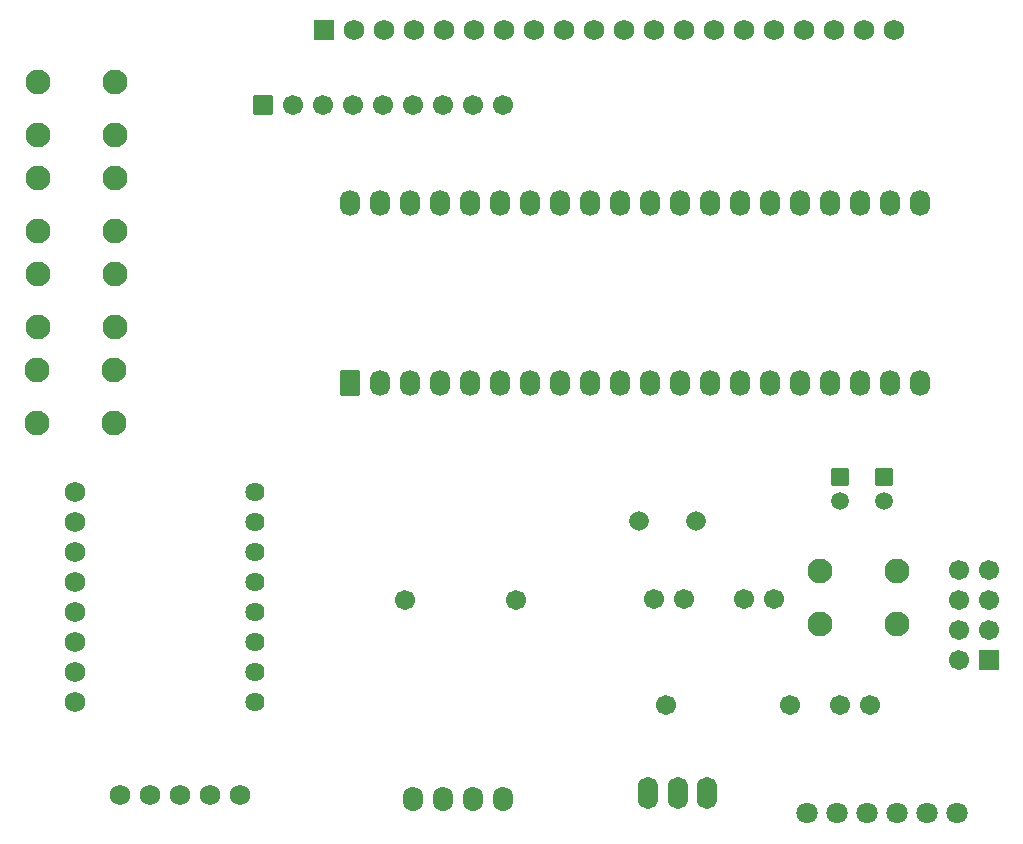
<source format=gts>
G04 Layer: TopSolderMaskLayer*
G04 EasyEDA v6.5.39, 2024-06-02 20:32:35*
G04 ef2d4929fbef40f6970fe1db0f733495,10*
G04 Gerber Generator version 0.2*
G04 Scale: 100 percent, Rotated: No, Reflected: No *
G04 Dimensions in millimeters *
G04 leading zeros omitted , absolute positions ,4 integer and 5 decimal *
%FSLAX45Y45*%
%MOMM*%

%AMMACRO1*1,1,$1,$2,$3*1,1,$1,$4,$5*1,1,$1,0-$2,0-$3*1,1,$1,0-$4,0-$5*20,1,$1,$2,$3,$4,$5,0*20,1,$1,$4,$5,0-$2,0-$3,0*20,1,$1,0-$2,0-$3,0-$4,0-$5,0*20,1,$1,0-$4,0-$5,$2,$3,0*4,1,4,$2,$3,$4,$5,0-$2,0-$3,0-$4,0-$5,$2,$3,0*%
%ADD10C,1.6616*%
%ADD11C,1.8032*%
%ADD12O,1.7272X2.7271979999999996*%
%ADD13C,1.7016*%
%ADD14C,1.5016*%
%ADD15MACRO1,0.1016X0.7X0.7X0.7X-0.7*%
%ADD16MACRO1,0.1016X-0.8X0.8X0.8X0.8*%
%ADD17C,1.6256*%
%ADD18C,1.7272*%
%ADD19O,1.7015968000000001X2.1015960000000002*%
%ADD20O,1.703197X2.2031959999999997*%
%ADD21MACRO1,0.2032X-0.75X1X0.75X1*%
%ADD22R,1.7016X1.7016*%
%ADD23C,2.1016*%
%ADD24MACRO1,0.1016X-0.825X0.825X0.825X0.825*%
%ADD25C,1.7516*%

%LPD*%
D10*
G01*
X5793892Y-4940300D03*
G01*
X5305907Y-4940300D03*
D11*
G01*
X8000745Y-7416545D03*
G01*
X7746745Y-7416545D03*
G01*
X7492745Y-7416545D03*
G01*
X7238745Y-7416545D03*
G01*
X6984745Y-7416545D03*
G01*
X6730745Y-7416545D03*
D12*
G01*
X5634024Y-7248270D03*
G01*
X5384038Y-7248270D03*
G01*
X5884036Y-7248270D03*
D13*
G01*
X5437606Y-5600700D03*
G01*
X5687593Y-5600700D03*
G01*
X6449593Y-5600700D03*
G01*
X6199606Y-5600700D03*
G01*
X7012406Y-6502400D03*
G01*
X7262393Y-6502400D03*
D14*
G01*
X7010400Y-4773599D03*
D15*
G01*
X7010400Y-4573600D03*
D14*
G01*
X7378700Y-4773599D03*
D15*
G01*
X7378700Y-4573600D03*
D13*
G01*
X5532894Y-6502400D03*
G01*
X6582905Y-6502400D03*
D16*
G01*
X2120900Y-1422400D03*
D13*
G01*
X2374900Y-1422400D03*
G01*
X2628900Y-1422400D03*
G01*
X2882900Y-1422400D03*
G01*
X3136900Y-1422400D03*
G01*
X3390900Y-1422400D03*
G01*
X3644900Y-1422400D03*
G01*
X3898900Y-1422400D03*
G01*
X4152900Y-1422400D03*
G01*
X4267301Y-5613400D03*
G01*
X3327298Y-5613400D03*
D17*
G01*
X2057400Y-6477000D03*
G01*
X2057400Y-6223000D03*
G01*
X2057400Y-5969000D03*
G01*
X2057400Y-5715000D03*
G01*
X2057400Y-5461000D03*
G01*
X2057400Y-5207000D03*
G01*
X2057400Y-4953000D03*
G01*
X2057400Y-4699000D03*
D18*
G01*
X533400Y-4699000D03*
G01*
X533400Y-4953000D03*
G01*
X533400Y-5207000D03*
G01*
X533400Y-5461000D03*
G01*
X533400Y-5715000D03*
G01*
X533400Y-5969000D03*
G01*
X533400Y-6223000D03*
G01*
X533400Y-6477000D03*
D19*
G01*
X4152900Y-7299502D03*
G01*
X3898900Y-7299502D03*
G01*
X3644900Y-7299502D03*
G01*
X3390900Y-7299502D03*
D18*
G01*
X1930400Y-7264400D03*
G01*
X1676400Y-7264400D03*
G01*
X1422400Y-7264400D03*
G01*
X1168400Y-7264400D03*
G01*
X914400Y-7264400D03*
D20*
G01*
X2862691Y-2245837D03*
G01*
X3116691Y-2245837D03*
G01*
X3370691Y-2245837D03*
G01*
X3624691Y-2245837D03*
G01*
X3878691Y-2245837D03*
G01*
X4132691Y-2245837D03*
G01*
X4386691Y-2245837D03*
G01*
X4640691Y-2245837D03*
G01*
X4894691Y-2245837D03*
G01*
X5148691Y-2245837D03*
G01*
X5402691Y-2245837D03*
G01*
X5656691Y-2245837D03*
G01*
X5910691Y-2245837D03*
G01*
X6164691Y-2245837D03*
G01*
X6418691Y-2245837D03*
G01*
X6672691Y-2245837D03*
G01*
X6926691Y-2245837D03*
G01*
X7180691Y-2245837D03*
G01*
X7434691Y-2245837D03*
G01*
X7688691Y-2245837D03*
G01*
X7688691Y-3769888D03*
G01*
X7434691Y-3769888D03*
G01*
X7180691Y-3769888D03*
G01*
X6926691Y-3769888D03*
G01*
X6672691Y-3769888D03*
G01*
X6418691Y-3769888D03*
G01*
X6164691Y-3769888D03*
G01*
X5910691Y-3769888D03*
G01*
X5656691Y-3769888D03*
G01*
X5402691Y-3769888D03*
G01*
X5148691Y-3769888D03*
G01*
X4894691Y-3769888D03*
G01*
X4640691Y-3769888D03*
G01*
X4386691Y-3769888D03*
G01*
X4132691Y-3769888D03*
G01*
X3878691Y-3769888D03*
G01*
X3624691Y-3769888D03*
G01*
X3370691Y-3769888D03*
G01*
X3116691Y-3769888D03*
D21*
G01*
X2862694Y-3769906D03*
D13*
G01*
X8013700Y-5359400D03*
G01*
X8267700Y-5359400D03*
G01*
X8013700Y-5613400D03*
G01*
X8267700Y-5613400D03*
G01*
X8013700Y-5867400D03*
G01*
X8267700Y-5867400D03*
G01*
X8013700Y-6121400D03*
D22*
G01*
X8267700Y-6121400D03*
D23*
G01*
X871093Y-1672793D03*
G01*
X871093Y-1222806D03*
G01*
X221106Y-1222806D03*
G01*
X221106Y-1672793D03*
G01*
X871093Y-3298393D03*
G01*
X871093Y-2848406D03*
G01*
X221106Y-2848406D03*
G01*
X221106Y-3298393D03*
G01*
X871093Y-2485593D03*
G01*
X871093Y-2035606D03*
G01*
X221106Y-2035606D03*
G01*
X221106Y-2485593D03*
G01*
X858393Y-4111193D03*
G01*
X858393Y-3661206D03*
G01*
X208406Y-3661206D03*
G01*
X208406Y-4111193D03*
G01*
X7487793Y-5812993D03*
G01*
X7487793Y-5363006D03*
G01*
X6837806Y-5363006D03*
G01*
X6837806Y-5812993D03*
D24*
G01*
X2641600Y-787400D03*
D25*
G01*
X2895600Y-787400D03*
G01*
X3149600Y-787400D03*
G01*
X3403600Y-787400D03*
G01*
X3657600Y-787400D03*
G01*
X3911600Y-787400D03*
G01*
X4165600Y-787400D03*
G01*
X4419600Y-787400D03*
G01*
X4673600Y-787400D03*
G01*
X4927600Y-787400D03*
G01*
X5181600Y-787400D03*
G01*
X5435600Y-787400D03*
G01*
X5689600Y-787400D03*
G01*
X5943600Y-787400D03*
G01*
X6197600Y-787400D03*
G01*
X6451600Y-787400D03*
G01*
X6705600Y-787400D03*
G01*
X6959600Y-787400D03*
G01*
X7213600Y-787400D03*
G01*
X7467600Y-787400D03*
M02*

</source>
